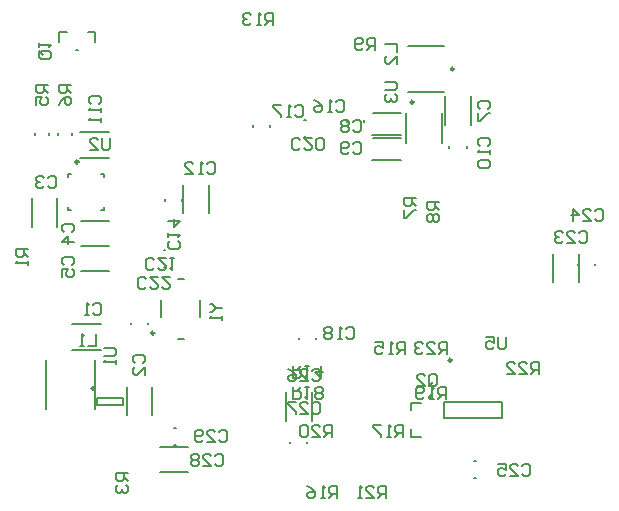
<source format=gbo>
G04*
G04 #@! TF.GenerationSoftware,Altium Limited,Altium Designer,24.7.2 (38)*
G04*
G04 Layer_Color=32896*
%FSLAX44Y44*%
%MOMM*%
G71*
G04*
G04 #@! TF.SameCoordinates,27BF797F-714E-4A77-BE02-AF934A81444A*
G04*
G04*
G04 #@! TF.FilePolarity,Positive*
G04*
G01*
G75*
%ADD10C,0.2500*%
%ADD12C,0.2000*%
%ADD15C,0.2032*%
%ADD118C,0.1500*%
D10*
X162345Y145114D02*
G03*
X162345Y145114I-1250J0D01*
G01*
X397493Y90595D02*
G03*
X397493Y90595I-1250J0D01*
G01*
X111771Y98279D02*
G03*
X111771Y98279I-1250J0D01*
G01*
X98144Y289992D02*
G03*
X98144Y289992I-1250J0D01*
G01*
X416003Y368592D02*
G03*
X416003Y368592I-1250J0D01*
G01*
X381875Y340657D02*
G03*
X381875Y340657I-1250J0D01*
G01*
X414066Y122233D02*
G03*
X414066Y122233I-1250J0D01*
G01*
D12*
X325502Y323760D02*
Y325261D01*
X340002Y323760D02*
Y325261D01*
X289276Y310799D02*
X290776D01*
X289276Y325299D02*
X290776D01*
X171589Y256913D02*
Y258413D01*
X186089Y256913D02*
Y258413D01*
X208396Y246544D02*
Y270665D01*
X186896Y246544D02*
Y270665D01*
X260729Y319370D02*
Y320870D01*
X246229Y319370D02*
Y320870D01*
X179016Y50186D02*
X180515D01*
X179016Y64687D02*
X180515D01*
X166968Y48827D02*
X191090D01*
X166968Y27327D02*
X191090D01*
X274063Y70815D02*
Y94936D01*
X295563Y70815D02*
Y94936D01*
X277563Y51748D02*
Y53248D01*
X292063Y51748D02*
Y53248D01*
X284596Y139754D02*
Y141254D01*
X299095Y139754D02*
Y141254D01*
X535724Y202339D02*
Y203839D01*
X521225Y202339D02*
Y203839D01*
X500086Y188023D02*
Y212144D01*
X521585Y188023D02*
Y212144D01*
X432828Y36553D02*
X434328D01*
X432828Y22052D02*
X434328D01*
X170291Y215754D02*
X171791D01*
X170291Y201254D02*
X171791D01*
X142947Y152401D02*
Y153902D01*
X157446Y152401D02*
Y153902D01*
X182595Y140114D02*
X187095D01*
X168346Y158364D02*
Y172864D01*
X182595Y191114D02*
X187095D01*
X201345Y158364D02*
Y172864D01*
X379743Y56994D02*
Y63594D01*
Y56994D02*
X387893D01*
X379743Y79595D02*
Y86195D01*
X387893D01*
X139268Y75416D02*
Y99537D01*
X160768Y75416D02*
Y99537D01*
X113521Y84029D02*
X135521D01*
X113521Y90029D02*
X135521D01*
Y84029D02*
Y90029D01*
X113521Y84029D02*
Y90029D01*
X93062Y152571D02*
X117183D01*
X93062Y131070D02*
X117183D01*
X99953Y240014D02*
X124075D01*
X99953Y218514D02*
X124075D01*
X80346Y235081D02*
Y259203D01*
X58846Y235081D02*
Y259203D01*
X99953Y218776D02*
X124074D01*
X99953Y197276D02*
X124074D01*
X99869Y315136D02*
X123990D01*
X99869Y293636D02*
X123990D01*
X73184Y312468D02*
Y314468D01*
X61684Y312468D02*
Y314468D01*
X92698Y312419D02*
Y314419D01*
X81199Y312419D02*
Y314419D01*
X119394Y249492D02*
Y251992D01*
X116894Y249492D02*
X119394D01*
X89394D02*
Y251992D01*
Y249492D02*
X91894D01*
X119394Y276992D02*
Y279492D01*
X116894D02*
X119394D01*
X89394Y276992D02*
Y279492D01*
X91894D01*
X412272Y301765D02*
Y303264D01*
X426772Y301765D02*
Y303264D01*
X430372Y321616D02*
Y345737D01*
X408872Y321616D02*
Y345737D01*
X377373Y387843D02*
X407633D01*
X377373Y349342D02*
X407633D01*
X347108Y331632D02*
X371229D01*
X347108Y310132D02*
X371229D01*
X347013Y312831D02*
X371134D01*
X347013Y291331D02*
X371134D01*
X375625Y306096D02*
Y331096D01*
X405588Y306096D02*
X405625D01*
X375625D02*
X375663D01*
X405625D02*
Y331096D01*
X405588D02*
X405625D01*
X375625D02*
X375663D01*
X105892Y399724D02*
X112342D01*
X81942D02*
X88392D01*
X81942Y391874D02*
Y399724D01*
X96392Y384524D02*
X97892D01*
X112342Y391874D02*
Y399724D01*
X407341Y87042D02*
X456391D01*
Y73461D02*
Y87042D01*
X407341Y73461D02*
X456391D01*
X407341D02*
Y87042D01*
D15*
X315856Y340542D02*
X317549Y342235D01*
X320935D01*
X322628Y340542D01*
Y333771D01*
X320935Y332079D01*
X317549D01*
X315856Y333771D01*
X312471Y332079D02*
X309085D01*
X310778D01*
Y342235D01*
X312471Y340542D01*
X297236Y342235D02*
X300621Y340542D01*
X304007Y337157D01*
Y333771D01*
X302314Y332079D01*
X298929D01*
X297236Y333771D01*
Y335464D01*
X298929Y337157D01*
X304007D01*
X112776Y144015D02*
Y133858D01*
X106005D01*
X102619D02*
X99234D01*
X100926D01*
Y144015D01*
X102619Y142322D01*
X357528Y357806D02*
X365992D01*
X367684Y356114D01*
Y352728D01*
X365992Y351035D01*
X357528D01*
X359220Y347650D02*
X357528Y345957D01*
Y342571D01*
X359220Y340878D01*
X360913D01*
X362606Y342571D01*
Y344264D01*
Y342571D01*
X364299Y340878D01*
X365992D01*
X367684Y342571D01*
Y345957D01*
X365992Y347650D01*
X124460Y309877D02*
Y301413D01*
X122767Y299720D01*
X119382D01*
X117689Y301413D01*
Y309877D01*
X107532Y299720D02*
X114303D01*
X107532Y306491D01*
Y308184D01*
X109225Y309877D01*
X112610D01*
X114303Y308184D01*
X119443Y132072D02*
X127907D01*
X129600Y130379D01*
Y126994D01*
X127907Y125301D01*
X119443D01*
X129600Y121916D02*
Y118530D01*
Y120223D01*
X119443D01*
X121136Y121916D01*
X410488Y127397D02*
Y137554D01*
X405410D01*
X403717Y135861D01*
Y132476D01*
X405410Y130783D01*
X410488D01*
X407103D02*
X403717Y127397D01*
X393560D02*
X400331D01*
X393560Y134168D01*
Y135861D01*
X395253Y137554D01*
X398639D01*
X400331Y135861D01*
X390175D02*
X388482Y137554D01*
X385096D01*
X383404Y135861D01*
Y134168D01*
X385096Y132476D01*
X386789D01*
X385096D01*
X383404Y130783D01*
Y129090D01*
X385096Y127397D01*
X388482D01*
X390175Y129090D01*
X488442Y110744D02*
Y120901D01*
X483363D01*
X481671Y119208D01*
Y115822D01*
X483363Y114129D01*
X488442D01*
X485056D02*
X481671Y110744D01*
X471514D02*
X478285D01*
X471514Y117515D01*
Y119208D01*
X473207Y120901D01*
X476592D01*
X478285Y119208D01*
X461357Y110744D02*
X468128D01*
X461357Y117515D01*
Y119208D01*
X463050Y120901D01*
X466436D01*
X468128Y119208D01*
X358569Y5764D02*
Y15921D01*
X353490D01*
X351798Y14228D01*
Y10842D01*
X353490Y9150D01*
X358569D01*
X355183D02*
X351798Y5764D01*
X341641D02*
X348412D01*
X341641Y12535D01*
Y14228D01*
X343334Y15921D01*
X346719D01*
X348412Y14228D01*
X338255Y5764D02*
X334870D01*
X336562D01*
Y15921D01*
X338255Y14228D01*
X313182Y57150D02*
Y67307D01*
X308104D01*
X306411Y65614D01*
Y62228D01*
X308104Y60535D01*
X313182D01*
X309796D02*
X306411Y57150D01*
X296254D02*
X303025D01*
X296254Y63921D01*
Y65614D01*
X297947Y67307D01*
X301332D01*
X303025Y65614D01*
X292868D02*
X291176Y67307D01*
X287790D01*
X286097Y65614D01*
Y58843D01*
X287790Y57150D01*
X291176D01*
X292868Y58843D01*
Y65614D01*
X409642Y88998D02*
Y99155D01*
X404563D01*
X402870Y97462D01*
Y94076D01*
X404563Y92383D01*
X409642D01*
X406256D02*
X402870Y88998D01*
X399485D02*
X396099D01*
X397792D01*
Y99155D01*
X399485Y97462D01*
X391021Y90691D02*
X389328Y88998D01*
X385943D01*
X384250Y90691D01*
Y97462D01*
X385943Y99155D01*
X389328D01*
X391021Y97462D01*
Y95769D01*
X389328Y94076D01*
X384250D01*
X279386Y99155D02*
Y88998D01*
X284464D01*
X286157Y90691D01*
Y94076D01*
X284464Y95769D01*
X279386D01*
X282771D02*
X286157Y99155D01*
X289542D02*
X292928D01*
X291235D01*
Y88998D01*
X289542Y90691D01*
X298006D02*
X299699Y88998D01*
X303085D01*
X304777Y90691D01*
Y92384D01*
X303085Y94076D01*
X304777Y95769D01*
Y97462D01*
X303085Y99155D01*
X299699D01*
X298006Y97462D01*
Y95769D01*
X299699Y94076D01*
X298006Y92384D01*
Y90691D01*
X299699Y94076D02*
X303085D01*
X372618Y57150D02*
Y67307D01*
X367539D01*
X365847Y65614D01*
Y62228D01*
X367539Y60535D01*
X372618D01*
X369232D02*
X365847Y57150D01*
X362461D02*
X359076D01*
X360768D01*
Y67307D01*
X362461Y65614D01*
X353997Y67307D02*
X347226D01*
Y65614D01*
X353997Y58843D01*
Y57150D01*
X316989Y5764D02*
Y15921D01*
X311910D01*
X310217Y14228D01*
Y10842D01*
X311910Y9150D01*
X316989D01*
X313603D02*
X310217Y5764D01*
X306832D02*
X303446D01*
X305139D01*
Y15921D01*
X306832Y14228D01*
X291597Y15921D02*
X294982Y14228D01*
X298368Y10842D01*
Y7457D01*
X296675Y5764D01*
X293290D01*
X291597Y7457D01*
Y9150D01*
X293290Y10842D01*
X298368D01*
X374680Y127397D02*
Y137554D01*
X369602D01*
X367909Y135861D01*
Y132476D01*
X369602Y130783D01*
X374680D01*
X371294D02*
X367909Y127397D01*
X364523D02*
X361138D01*
X362831D01*
Y137554D01*
X364523Y135861D01*
X349288Y137554D02*
X356059D01*
Y132476D01*
X352674Y134168D01*
X350981D01*
X349288Y132476D01*
Y129090D01*
X350981Y127397D01*
X354367D01*
X356059Y129090D01*
X279751Y117308D02*
Y107151D01*
X284829D01*
X286522Y108844D01*
Y112230D01*
X284829Y113923D01*
X279751D01*
X283137D02*
X286522Y117308D01*
X289908D02*
X293293D01*
X291600D01*
Y107151D01*
X289908Y108844D01*
X303450Y117308D02*
Y107151D01*
X298372Y112230D01*
X305143D01*
X262890Y405892D02*
Y416049D01*
X257812D01*
X256119Y414356D01*
Y410970D01*
X257812Y409277D01*
X262890D01*
X259504D02*
X256119Y405892D01*
X252733D02*
X249348D01*
X251040D01*
Y416049D01*
X252733Y414356D01*
X244269D02*
X242576Y416049D01*
X239191D01*
X237498Y414356D01*
Y412663D01*
X239191Y410970D01*
X240884D01*
X239191D01*
X237498Y409277D01*
Y407585D01*
X239191Y405892D01*
X242576D01*
X244269Y407585D01*
X349504Y384810D02*
Y394967D01*
X344426D01*
X342733Y393274D01*
Y389888D01*
X344426Y388195D01*
X349504D01*
X346118D02*
X342733Y384810D01*
X339347Y386503D02*
X337654Y384810D01*
X334269D01*
X332576Y386503D01*
Y393274D01*
X334269Y394967D01*
X337654D01*
X339347Y393274D01*
Y391581D01*
X337654Y389888D01*
X332576D01*
X403109Y256462D02*
X392952D01*
Y251384D01*
X394645Y249691D01*
X398031D01*
X399724Y251384D01*
Y256462D01*
Y253076D02*
X403109Y249691D01*
X394645Y246305D02*
X392952Y244613D01*
Y241227D01*
X394645Y239534D01*
X396338D01*
X398031Y241227D01*
X399724Y239534D01*
X401416D01*
X403109Y241227D01*
Y244613D01*
X401416Y246305D01*
X399724D01*
X398031Y244613D01*
X396338Y246305D01*
X394645D01*
X398031Y244613D02*
Y241227D01*
X383885Y259764D02*
X373728D01*
Y254686D01*
X375421Y252993D01*
X378807D01*
X380500Y254686D01*
Y259764D01*
Y256378D02*
X383885Y252993D01*
X373728Y249607D02*
Y242836D01*
X375421D01*
X382192Y249607D01*
X383885D01*
X92027Y354952D02*
X81870D01*
Y349874D01*
X83563Y348181D01*
X86948D01*
X88641Y349874D01*
Y354952D01*
Y351566D02*
X92027Y348181D01*
X81870Y338024D02*
X83563Y341410D01*
X86948Y344795D01*
X90334D01*
X92027Y343102D01*
Y339717D01*
X90334Y338024D01*
X88641D01*
X86948Y339717D01*
Y344795D01*
X72134Y355428D02*
X61978D01*
Y350350D01*
X63670Y348657D01*
X67056D01*
X68749Y350350D01*
Y355428D01*
Y352042D02*
X72134Y348657D01*
X61978Y338500D02*
Y345271D01*
X67056D01*
X65363Y341886D01*
Y340193D01*
X67056Y338500D01*
X70442D01*
X72134Y340193D01*
Y343578D01*
X70442Y345271D01*
X140316Y26230D02*
X130160D01*
Y21152D01*
X131853Y19459D01*
X135238D01*
X136931Y21152D01*
Y26230D01*
Y22844D02*
X140316Y19459D01*
X131853Y16073D02*
X130160Y14380D01*
Y10995D01*
X131853Y9302D01*
X133545D01*
X135238Y10995D01*
Y12688D01*
Y10995D01*
X136931Y9302D01*
X138624D01*
X140316Y10995D01*
Y14380D01*
X138624Y16073D01*
X55370Y216221D02*
X45214D01*
Y211143D01*
X46906Y209450D01*
X50292D01*
X51985Y211143D01*
Y216221D01*
Y212836D02*
X55370Y209450D01*
Y206064D02*
Y202679D01*
Y204372D01*
X45214D01*
X46906Y206064D01*
X394549Y102023D02*
Y108794D01*
X396241Y110487D01*
X399627D01*
X401320Y108794D01*
Y102023D01*
X399627Y100330D01*
X396241D01*
X397934Y103715D02*
X394549Y100330D01*
X396241D02*
X394549Y102023D01*
X384392Y100330D02*
X391163D01*
X384392Y107101D01*
Y108794D01*
X386085Y110487D01*
X389470D01*
X391163Y108794D01*
X66095Y384058D02*
X72866D01*
X74559Y382365D01*
Y378980D01*
X72866Y377287D01*
X66095D01*
X64402Y378980D01*
Y382365D01*
X67788Y380672D02*
X64402Y384058D01*
Y382365D02*
X66095Y384058D01*
X64402Y387444D02*
Y390829D01*
Y389136D01*
X74559D01*
X72866Y387444D01*
X357634Y389756D02*
X367790D01*
Y382985D01*
Y372828D02*
Y379600D01*
X361019Y372828D01*
X359327D01*
X357634Y374521D01*
Y377907D01*
X359327Y379600D01*
X217544Y61100D02*
X219237Y62792D01*
X222623D01*
X224315Y61100D01*
Y54328D01*
X222623Y52636D01*
X219237D01*
X217544Y54328D01*
X207387Y52636D02*
X214159D01*
X207387Y59407D01*
Y61100D01*
X209080Y62792D01*
X212466D01*
X214159Y61100D01*
X204002Y54328D02*
X202309Y52636D01*
X198923D01*
X197231Y54328D01*
Y61100D01*
X198923Y62792D01*
X202309D01*
X204002Y61100D01*
Y59407D01*
X202309Y57714D01*
X197231D01*
X213635Y41357D02*
X215328Y43049D01*
X218713D01*
X220406Y41357D01*
Y34585D01*
X218713Y32893D01*
X215328D01*
X213635Y34585D01*
X203478Y32893D02*
X210249D01*
X203478Y39664D01*
Y41357D01*
X205171Y43049D01*
X208556D01*
X210249Y41357D01*
X200093D02*
X198400Y43049D01*
X195014D01*
X193321Y41357D01*
Y39664D01*
X195014Y37971D01*
X193321Y36278D01*
Y34585D01*
X195014Y32893D01*
X198400D01*
X200093Y34585D01*
Y36278D01*
X198400Y37971D01*
X200093Y39664D01*
Y41357D01*
X198400Y37971D02*
X195014D01*
X295743Y85172D02*
X297435Y86865D01*
X300821D01*
X302514Y85172D01*
Y78401D01*
X300821Y76708D01*
X297435D01*
X295743Y78401D01*
X285586Y76708D02*
X292357D01*
X285586Y83479D01*
Y85172D01*
X287279Y86865D01*
X290664D01*
X292357Y85172D01*
X282200Y86865D02*
X275429D01*
Y85172D01*
X282200Y78401D01*
Y76708D01*
X295488Y112604D02*
X297181Y114297D01*
X300567D01*
X302260Y112604D01*
Y105833D01*
X300567Y104140D01*
X297181D01*
X295488Y105833D01*
X285332Y104140D02*
X292103D01*
X285332Y110911D01*
Y112604D01*
X287025Y114297D01*
X290410D01*
X292103Y112604D01*
X275175Y114297D02*
X278561Y112604D01*
X281946Y109218D01*
Y105833D01*
X280253Y104140D01*
X276868D01*
X275175Y105833D01*
Y107525D01*
X276868Y109218D01*
X281946D01*
X473488Y32688D02*
X475180Y34381D01*
X478566D01*
X480259Y32688D01*
Y25917D01*
X478566Y24224D01*
X475180D01*
X473488Y25917D01*
X463331Y24224D02*
X470102D01*
X463331Y30995D01*
Y32688D01*
X465024Y34381D01*
X468409D01*
X470102Y32688D01*
X453174Y34381D02*
X459945D01*
Y29302D01*
X456560Y30995D01*
X454867D01*
X453174Y29302D01*
Y25917D01*
X454867Y24224D01*
X458252D01*
X459945Y25917D01*
X535352Y248750D02*
X537045Y250442D01*
X540430D01*
X542123Y248750D01*
Y241978D01*
X540430Y240286D01*
X537045D01*
X535352Y241978D01*
X525195Y240286D02*
X531966D01*
X525195Y247057D01*
Y248750D01*
X526888Y250442D01*
X530274D01*
X531966Y248750D01*
X516731Y240286D02*
Y250442D01*
X521810Y245364D01*
X515038D01*
X521549Y229698D02*
X523242Y231391D01*
X526627D01*
X528320Y229698D01*
Y222927D01*
X526627Y221234D01*
X523242D01*
X521549Y222927D01*
X511392Y221234D02*
X518163D01*
X511392Y228005D01*
Y229698D01*
X513085Y231391D01*
X516470D01*
X518163Y229698D01*
X508006D02*
X506314Y231391D01*
X502928D01*
X501235Y229698D01*
Y228005D01*
X502928Y226312D01*
X504621D01*
X502928D01*
X501235Y224619D01*
Y222927D01*
X502928Y221234D01*
X506314D01*
X508006Y222927D01*
X285606Y301413D02*
X283913Y299720D01*
X280528D01*
X278835Y301413D01*
Y308184D01*
X280528Y309877D01*
X283913D01*
X285606Y308184D01*
X295763Y309877D02*
X288992D01*
X295763Y303105D01*
Y301413D01*
X294070Y299720D01*
X290685D01*
X288992Y301413D01*
X299149D02*
X300841Y299720D01*
X304227D01*
X305920Y301413D01*
Y308184D01*
X304227Y309877D01*
X300841D01*
X299149Y308184D01*
Y301413D01*
X324360Y148889D02*
X326053Y150582D01*
X329438D01*
X331131Y148889D01*
Y142118D01*
X329438Y140425D01*
X326053D01*
X324360Y142118D01*
X320974Y140425D02*
X317589D01*
X319281D01*
Y150582D01*
X320974Y148889D01*
X312510D02*
X310817Y150582D01*
X307432D01*
X305739Y148889D01*
Y147196D01*
X307432Y145504D01*
X305739Y143811D01*
Y142118D01*
X307432Y140425D01*
X310817D01*
X312510Y142118D01*
Y143811D01*
X310817Y145504D01*
X312510Y147196D01*
Y148889D01*
X310817Y145504D02*
X307432D01*
X281739Y336808D02*
X283432Y338501D01*
X286818D01*
X288510Y336808D01*
Y330037D01*
X286818Y328344D01*
X283432D01*
X281739Y330037D01*
X278354Y328344D02*
X274968D01*
X276661D01*
Y338501D01*
X278354Y336808D01*
X269890Y338501D02*
X263119D01*
Y336808D01*
X269890Y330037D01*
Y328344D01*
X182224Y223109D02*
X183917Y221416D01*
Y218031D01*
X182224Y216338D01*
X175453D01*
X173760Y218031D01*
Y221416D01*
X175453Y223109D01*
X173760Y226495D02*
Y229880D01*
Y228188D01*
X183917D01*
X182224Y226495D01*
X173760Y240037D02*
X183917D01*
X178839Y234959D01*
Y241730D01*
X206589Y288118D02*
X208281Y289811D01*
X211667D01*
X213360Y288118D01*
Y281347D01*
X211667Y279654D01*
X208281D01*
X206589Y281347D01*
X203203Y279654D02*
X199818D01*
X201510D01*
Y289811D01*
X203203Y288118D01*
X187968Y279654D02*
X194739D01*
X187968Y286425D01*
Y288118D01*
X189661Y289811D01*
X193046D01*
X194739Y288118D01*
X109136Y338623D02*
X107444Y340316D01*
Y343701D01*
X109136Y345394D01*
X115908D01*
X117600Y343701D01*
Y340316D01*
X115908Y338623D01*
X117600Y335237D02*
Y331852D01*
Y333544D01*
X107444D01*
X109136Y335237D01*
X117600Y326773D02*
Y323388D01*
Y325080D01*
X107444D01*
X109136Y326773D01*
X438335Y303439D02*
X436642Y305132D01*
Y308517D01*
X438335Y310210D01*
X445106D01*
X446799Y308517D01*
Y305132D01*
X445106Y303439D01*
X446799Y300054D02*
Y296668D01*
Y298361D01*
X436642D01*
X438335Y300054D01*
Y291590D02*
X436642Y289897D01*
Y286511D01*
X438335Y284818D01*
X445106D01*
X446799Y286511D01*
Y289897D01*
X445106Y291590D01*
X438335D01*
X330889Y305150D02*
X332582Y306843D01*
X335967D01*
X337660Y305150D01*
Y298379D01*
X335967Y296686D01*
X332582D01*
X330889Y298379D01*
X327504D02*
X325811Y296686D01*
X322425D01*
X320732Y298379D01*
Y305150D01*
X322425Y306843D01*
X325811D01*
X327504Y305150D01*
Y303457D01*
X325811Y301764D01*
X320732D01*
X330889Y323506D02*
X332582Y325199D01*
X335967D01*
X337660Y323506D01*
Y316735D01*
X335967Y315042D01*
X332582D01*
X330889Y316735D01*
X327504Y323506D02*
X325811Y325199D01*
X322425D01*
X320732Y323506D01*
Y321813D01*
X322425Y320120D01*
X320732Y318428D01*
Y316735D01*
X322425Y315042D01*
X325811D01*
X327504Y316735D01*
Y318428D01*
X325811Y320120D01*
X327504Y321813D01*
Y323506D01*
X325811Y320120D02*
X322425D01*
X438335Y335115D02*
X436642Y336808D01*
Y340193D01*
X438335Y341886D01*
X445106D01*
X446799Y340193D01*
Y336808D01*
X445106Y335115D01*
X436642Y331730D02*
Y324958D01*
X438335D01*
X445106Y331730D01*
X446799D01*
X86009Y202893D02*
X84316Y204586D01*
Y207971D01*
X86009Y209664D01*
X92780D01*
X94473Y207971D01*
Y204586D01*
X92780Y202893D01*
X84316Y192736D02*
Y199507D01*
X89394D01*
X87701Y196122D01*
Y194429D01*
X89394Y192736D01*
X92780D01*
X94473Y194429D01*
Y197815D01*
X92780Y199507D01*
X86009Y230851D02*
X84316Y232544D01*
Y235929D01*
X86009Y237622D01*
X92780D01*
X94473Y235929D01*
Y232544D01*
X92780Y230851D01*
X94473Y222387D02*
X84316D01*
X89394Y227465D01*
Y220694D01*
X72477Y276688D02*
X74170Y278381D01*
X77555D01*
X79248Y276688D01*
Y269917D01*
X77555Y268224D01*
X74170D01*
X72477Y269917D01*
X69091Y276688D02*
X67398Y278381D01*
X64013D01*
X62320Y276688D01*
Y274995D01*
X64013Y273302D01*
X65706D01*
X64013D01*
X62320Y271609D01*
Y269917D01*
X64013Y268224D01*
X67398D01*
X69091Y269917D01*
X146101Y119761D02*
X144408Y121454D01*
Y124839D01*
X146101Y126532D01*
X152872D01*
X154565Y124839D01*
Y121454D01*
X152872Y119761D01*
X154565Y109604D02*
Y116375D01*
X147794Y109604D01*
X146101D01*
X144408Y111297D01*
Y114683D01*
X146101Y116375D01*
X110323Y169246D02*
X112015Y170939D01*
X115401D01*
X117094Y169246D01*
Y162475D01*
X115401Y160782D01*
X112015D01*
X110323Y162475D01*
X106937Y160782D02*
X103552D01*
X105244D01*
Y170939D01*
X106937Y169246D01*
X209684Y169483D02*
X211377D01*
X214762Y166098D01*
X211377Y162712D01*
X209684D01*
X214762Y166098D02*
X219841D01*
Y159326D02*
Y155941D01*
Y157634D01*
X209684D01*
X211377Y159326D01*
X460248Y141983D02*
Y133519D01*
X458555Y131826D01*
X455169D01*
X453477Y133519D01*
Y141983D01*
X443320D02*
X450091D01*
Y136904D01*
X446706Y138597D01*
X445013D01*
X443320Y136904D01*
Y133519D01*
X445013Y131826D01*
X448398D01*
X450091Y133519D01*
X155020Y183685D02*
X153327Y181993D01*
X149942D01*
X148249Y183685D01*
Y190457D01*
X149942Y192149D01*
X153327D01*
X155020Y190457D01*
X165177Y192149D02*
X158406D01*
X165177Y185378D01*
Y183685D01*
X163484Y181993D01*
X160098D01*
X158406Y183685D01*
X175333Y192149D02*
X168562D01*
X175333Y185378D01*
Y183685D01*
X173641Y181993D01*
X170255D01*
X168562Y183685D01*
X161800Y200576D02*
X160107Y198883D01*
X156721D01*
X155028Y200576D01*
Y207347D01*
X156721Y209040D01*
X160107D01*
X161800Y207347D01*
X171956Y209040D02*
X165185D01*
X171956Y202269D01*
Y200576D01*
X170263Y198883D01*
X166878D01*
X165185Y200576D01*
X175342Y209040D02*
X178727D01*
X177035D01*
Y198883D01*
X175342Y200576D01*
D118*
X70551Y80415D02*
Y122415D01*
X112552Y80415D02*
Y122415D01*
M02*

</source>
